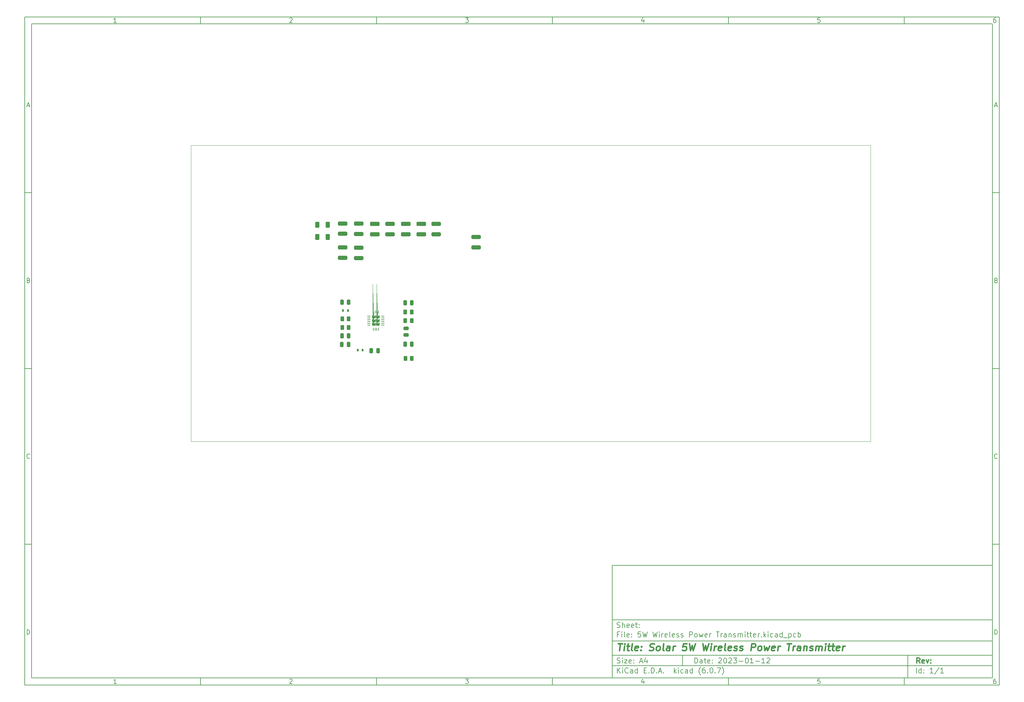
<source format=gbr>
%TF.GenerationSoftware,KiCad,Pcbnew,(6.0.7)*%
%TF.CreationDate,2023-01-12T19:17:07+03:00*%
%TF.ProjectId,5W Wireless Power Transmitter,35572057-6972-4656-9c65-737320506f77,rev?*%
%TF.SameCoordinates,Original*%
%TF.FileFunction,Paste,Top*%
%TF.FilePolarity,Positive*%
%FSLAX46Y46*%
G04 Gerber Fmt 4.6, Leading zero omitted, Abs format (unit mm)*
G04 Created by KiCad (PCBNEW (6.0.7)) date 2023-01-12 19:17:07*
%MOMM*%
%LPD*%
G01*
G04 APERTURE LIST*
G04 Aperture macros list*
%AMRoundRect*
0 Rectangle with rounded corners*
0 $1 Rounding radius*
0 $2 $3 $4 $5 $6 $7 $8 $9 X,Y pos of 4 corners*
0 Add a 4 corners polygon primitive as box body*
4,1,4,$2,$3,$4,$5,$6,$7,$8,$9,$2,$3,0*
0 Add four circle primitives for the rounded corners*
1,1,$1+$1,$2,$3*
1,1,$1+$1,$4,$5*
1,1,$1+$1,$6,$7*
1,1,$1+$1,$8,$9*
0 Add four rect primitives between the rounded corners*
20,1,$1+$1,$2,$3,$4,$5,0*
20,1,$1+$1,$4,$5,$6,$7,0*
20,1,$1+$1,$6,$7,$8,$9,0*
20,1,$1+$1,$8,$9,$2,$3,0*%
%AMFreePoly0*
4,1,57,0.301112,0.448208,0.305343,0.448508,0.307618,0.447265,0.313515,0.446410,0.337345,0.431024,0.362225,0.417430,0.457601,0.322055,0.469871,0.305623,0.473075,0.302843,0.473805,0.300355,0.477370,0.295581,0.483339,0.267857,0.491322,0.240646,0.491322,-0.240646,0.488379,-0.260941,0.488679,-0.265172,0.487436,-0.267447,0.486581,-0.273344,0.471197,-0.297171,0.457601,-0.322055,
0.362225,-0.417430,0.345795,-0.429699,0.343014,-0.432904,0.340526,-0.433634,0.335752,-0.437199,0.308028,-0.443168,0.280817,-0.451151,-0.280817,-0.451151,-0.301112,-0.448208,-0.305343,-0.448508,-0.307618,-0.447265,-0.313515,-0.446410,-0.337342,-0.431026,-0.362226,-0.417430,-0.457601,-0.322054,-0.469870,-0.305624,-0.473075,-0.302843,-0.473805,-0.300355,-0.477370,-0.295581,-0.483339,-0.267857,
-0.491322,-0.240646,-0.491322,0.240646,-0.488379,0.260941,-0.488679,0.265172,-0.487436,0.267447,-0.486581,0.273344,-0.471195,0.297174,-0.457601,0.322054,-0.362226,0.417430,-0.345794,0.429700,-0.343014,0.432904,-0.340526,0.433634,-0.335752,0.437199,-0.308028,0.443168,-0.280817,0.451151,0.280817,0.451151,0.301112,0.448208,0.301112,0.448208,$1*%
G04 Aperture macros list end*
%ADD10C,0.100000*%
%ADD11C,0.150000*%
%ADD12C,0.300000*%
%ADD13C,0.400000*%
%TA.AperFunction,Profile*%
%ADD14C,0.100000*%
%TD*%
%ADD15RoundRect,0.250000X-1.075000X0.312500X-1.075000X-0.312500X1.075000X-0.312500X1.075000X0.312500X0*%
%ADD16R,0.600000X0.700000*%
%ADD17RoundRect,0.250000X0.250000X0.475000X-0.250000X0.475000X-0.250000X-0.475000X0.250000X-0.475000X0*%
%ADD18RoundRect,0.250000X-0.475000X0.250000X-0.475000X-0.250000X0.475000X-0.250000X0.475000X0.250000X0*%
%ADD19RoundRect,0.250000X0.262500X0.450000X-0.262500X0.450000X-0.262500X-0.450000X0.262500X-0.450000X0*%
%ADD20RoundRect,0.250000X1.100000X-0.325000X1.100000X0.325000X-1.100000X0.325000X-1.100000X-0.325000X0*%
%ADD21RoundRect,0.250000X-0.312500X-0.625000X0.312500X-0.625000X0.312500X0.625000X-0.312500X0.625000X0*%
%ADD22FreePoly0,180.000000*%
%ADD23RoundRect,0.062500X0.362500X0.062500X-0.362500X0.062500X-0.362500X-0.062500X0.362500X-0.062500X0*%
%ADD24RoundRect,0.062500X0.062500X0.362500X-0.062500X0.362500X-0.062500X-0.362500X0.062500X-0.362500X0*%
%ADD25RoundRect,0.250000X-0.250000X-0.475000X0.250000X-0.475000X0.250000X0.475000X-0.250000X0.475000X0*%
%ADD26RoundRect,0.250000X-0.262500X-0.450000X0.262500X-0.450000X0.262500X0.450000X-0.262500X0.450000X0*%
G04 APERTURE END LIST*
D10*
D11*
X177002200Y-166007200D02*
X177002200Y-198007200D01*
X285002200Y-198007200D01*
X285002200Y-166007200D01*
X177002200Y-166007200D01*
D10*
D11*
X10000000Y-10000000D02*
X10000000Y-200007200D01*
X287002200Y-200007200D01*
X287002200Y-10000000D01*
X10000000Y-10000000D01*
D10*
D11*
X12000000Y-12000000D02*
X12000000Y-198007200D01*
X285002200Y-198007200D01*
X285002200Y-12000000D01*
X12000000Y-12000000D01*
D10*
D11*
X60000000Y-12000000D02*
X60000000Y-10000000D01*
D10*
D11*
X110000000Y-12000000D02*
X110000000Y-10000000D01*
D10*
D11*
X160000000Y-12000000D02*
X160000000Y-10000000D01*
D10*
D11*
X210000000Y-12000000D02*
X210000000Y-10000000D01*
D10*
D11*
X260000000Y-12000000D02*
X260000000Y-10000000D01*
D10*
D11*
X36065476Y-11588095D02*
X35322619Y-11588095D01*
X35694047Y-11588095D02*
X35694047Y-10288095D01*
X35570238Y-10473809D01*
X35446428Y-10597619D01*
X35322619Y-10659523D01*
D10*
D11*
X85322619Y-10411904D02*
X85384523Y-10350000D01*
X85508333Y-10288095D01*
X85817857Y-10288095D01*
X85941666Y-10350000D01*
X86003571Y-10411904D01*
X86065476Y-10535714D01*
X86065476Y-10659523D01*
X86003571Y-10845238D01*
X85260714Y-11588095D01*
X86065476Y-11588095D01*
D10*
D11*
X135260714Y-10288095D02*
X136065476Y-10288095D01*
X135632142Y-10783333D01*
X135817857Y-10783333D01*
X135941666Y-10845238D01*
X136003571Y-10907142D01*
X136065476Y-11030952D01*
X136065476Y-11340476D01*
X136003571Y-11464285D01*
X135941666Y-11526190D01*
X135817857Y-11588095D01*
X135446428Y-11588095D01*
X135322619Y-11526190D01*
X135260714Y-11464285D01*
D10*
D11*
X185941666Y-10721428D02*
X185941666Y-11588095D01*
X185632142Y-10226190D02*
X185322619Y-11154761D01*
X186127380Y-11154761D01*
D10*
D11*
X236003571Y-10288095D02*
X235384523Y-10288095D01*
X235322619Y-10907142D01*
X235384523Y-10845238D01*
X235508333Y-10783333D01*
X235817857Y-10783333D01*
X235941666Y-10845238D01*
X236003571Y-10907142D01*
X236065476Y-11030952D01*
X236065476Y-11340476D01*
X236003571Y-11464285D01*
X235941666Y-11526190D01*
X235817857Y-11588095D01*
X235508333Y-11588095D01*
X235384523Y-11526190D01*
X235322619Y-11464285D01*
D10*
D11*
X285941666Y-10288095D02*
X285694047Y-10288095D01*
X285570238Y-10350000D01*
X285508333Y-10411904D01*
X285384523Y-10597619D01*
X285322619Y-10845238D01*
X285322619Y-11340476D01*
X285384523Y-11464285D01*
X285446428Y-11526190D01*
X285570238Y-11588095D01*
X285817857Y-11588095D01*
X285941666Y-11526190D01*
X286003571Y-11464285D01*
X286065476Y-11340476D01*
X286065476Y-11030952D01*
X286003571Y-10907142D01*
X285941666Y-10845238D01*
X285817857Y-10783333D01*
X285570238Y-10783333D01*
X285446428Y-10845238D01*
X285384523Y-10907142D01*
X285322619Y-11030952D01*
D10*
D11*
X60000000Y-198007200D02*
X60000000Y-200007200D01*
D10*
D11*
X110000000Y-198007200D02*
X110000000Y-200007200D01*
D10*
D11*
X160000000Y-198007200D02*
X160000000Y-200007200D01*
D10*
D11*
X210000000Y-198007200D02*
X210000000Y-200007200D01*
D10*
D11*
X260000000Y-198007200D02*
X260000000Y-200007200D01*
D10*
D11*
X36065476Y-199595295D02*
X35322619Y-199595295D01*
X35694047Y-199595295D02*
X35694047Y-198295295D01*
X35570238Y-198481009D01*
X35446428Y-198604819D01*
X35322619Y-198666723D01*
D10*
D11*
X85322619Y-198419104D02*
X85384523Y-198357200D01*
X85508333Y-198295295D01*
X85817857Y-198295295D01*
X85941666Y-198357200D01*
X86003571Y-198419104D01*
X86065476Y-198542914D01*
X86065476Y-198666723D01*
X86003571Y-198852438D01*
X85260714Y-199595295D01*
X86065476Y-199595295D01*
D10*
D11*
X135260714Y-198295295D02*
X136065476Y-198295295D01*
X135632142Y-198790533D01*
X135817857Y-198790533D01*
X135941666Y-198852438D01*
X136003571Y-198914342D01*
X136065476Y-199038152D01*
X136065476Y-199347676D01*
X136003571Y-199471485D01*
X135941666Y-199533390D01*
X135817857Y-199595295D01*
X135446428Y-199595295D01*
X135322619Y-199533390D01*
X135260714Y-199471485D01*
D10*
D11*
X185941666Y-198728628D02*
X185941666Y-199595295D01*
X185632142Y-198233390D02*
X185322619Y-199161961D01*
X186127380Y-199161961D01*
D10*
D11*
X236003571Y-198295295D02*
X235384523Y-198295295D01*
X235322619Y-198914342D01*
X235384523Y-198852438D01*
X235508333Y-198790533D01*
X235817857Y-198790533D01*
X235941666Y-198852438D01*
X236003571Y-198914342D01*
X236065476Y-199038152D01*
X236065476Y-199347676D01*
X236003571Y-199471485D01*
X235941666Y-199533390D01*
X235817857Y-199595295D01*
X235508333Y-199595295D01*
X235384523Y-199533390D01*
X235322619Y-199471485D01*
D10*
D11*
X285941666Y-198295295D02*
X285694047Y-198295295D01*
X285570238Y-198357200D01*
X285508333Y-198419104D01*
X285384523Y-198604819D01*
X285322619Y-198852438D01*
X285322619Y-199347676D01*
X285384523Y-199471485D01*
X285446428Y-199533390D01*
X285570238Y-199595295D01*
X285817857Y-199595295D01*
X285941666Y-199533390D01*
X286003571Y-199471485D01*
X286065476Y-199347676D01*
X286065476Y-199038152D01*
X286003571Y-198914342D01*
X285941666Y-198852438D01*
X285817857Y-198790533D01*
X285570238Y-198790533D01*
X285446428Y-198852438D01*
X285384523Y-198914342D01*
X285322619Y-199038152D01*
D10*
D11*
X10000000Y-60000000D02*
X12000000Y-60000000D01*
D10*
D11*
X10000000Y-110000000D02*
X12000000Y-110000000D01*
D10*
D11*
X10000000Y-160000000D02*
X12000000Y-160000000D01*
D10*
D11*
X10690476Y-35216666D02*
X11309523Y-35216666D01*
X10566666Y-35588095D02*
X11000000Y-34288095D01*
X11433333Y-35588095D01*
D10*
D11*
X11092857Y-84907142D02*
X11278571Y-84969047D01*
X11340476Y-85030952D01*
X11402380Y-85154761D01*
X11402380Y-85340476D01*
X11340476Y-85464285D01*
X11278571Y-85526190D01*
X11154761Y-85588095D01*
X10659523Y-85588095D01*
X10659523Y-84288095D01*
X11092857Y-84288095D01*
X11216666Y-84350000D01*
X11278571Y-84411904D01*
X11340476Y-84535714D01*
X11340476Y-84659523D01*
X11278571Y-84783333D01*
X11216666Y-84845238D01*
X11092857Y-84907142D01*
X10659523Y-84907142D01*
D10*
D11*
X11402380Y-135464285D02*
X11340476Y-135526190D01*
X11154761Y-135588095D01*
X11030952Y-135588095D01*
X10845238Y-135526190D01*
X10721428Y-135402380D01*
X10659523Y-135278571D01*
X10597619Y-135030952D01*
X10597619Y-134845238D01*
X10659523Y-134597619D01*
X10721428Y-134473809D01*
X10845238Y-134350000D01*
X11030952Y-134288095D01*
X11154761Y-134288095D01*
X11340476Y-134350000D01*
X11402380Y-134411904D01*
D10*
D11*
X10659523Y-185588095D02*
X10659523Y-184288095D01*
X10969047Y-184288095D01*
X11154761Y-184350000D01*
X11278571Y-184473809D01*
X11340476Y-184597619D01*
X11402380Y-184845238D01*
X11402380Y-185030952D01*
X11340476Y-185278571D01*
X11278571Y-185402380D01*
X11154761Y-185526190D01*
X10969047Y-185588095D01*
X10659523Y-185588095D01*
D10*
D11*
X287002200Y-60000000D02*
X285002200Y-60000000D01*
D10*
D11*
X287002200Y-110000000D02*
X285002200Y-110000000D01*
D10*
D11*
X287002200Y-160000000D02*
X285002200Y-160000000D01*
D10*
D11*
X285692676Y-35216666D02*
X286311723Y-35216666D01*
X285568866Y-35588095D02*
X286002200Y-34288095D01*
X286435533Y-35588095D01*
D10*
D11*
X286095057Y-84907142D02*
X286280771Y-84969047D01*
X286342676Y-85030952D01*
X286404580Y-85154761D01*
X286404580Y-85340476D01*
X286342676Y-85464285D01*
X286280771Y-85526190D01*
X286156961Y-85588095D01*
X285661723Y-85588095D01*
X285661723Y-84288095D01*
X286095057Y-84288095D01*
X286218866Y-84350000D01*
X286280771Y-84411904D01*
X286342676Y-84535714D01*
X286342676Y-84659523D01*
X286280771Y-84783333D01*
X286218866Y-84845238D01*
X286095057Y-84907142D01*
X285661723Y-84907142D01*
D10*
D11*
X286404580Y-135464285D02*
X286342676Y-135526190D01*
X286156961Y-135588095D01*
X286033152Y-135588095D01*
X285847438Y-135526190D01*
X285723628Y-135402380D01*
X285661723Y-135278571D01*
X285599819Y-135030952D01*
X285599819Y-134845238D01*
X285661723Y-134597619D01*
X285723628Y-134473809D01*
X285847438Y-134350000D01*
X286033152Y-134288095D01*
X286156961Y-134288095D01*
X286342676Y-134350000D01*
X286404580Y-134411904D01*
D10*
D11*
X285661723Y-185588095D02*
X285661723Y-184288095D01*
X285971247Y-184288095D01*
X286156961Y-184350000D01*
X286280771Y-184473809D01*
X286342676Y-184597619D01*
X286404580Y-184845238D01*
X286404580Y-185030952D01*
X286342676Y-185278571D01*
X286280771Y-185402380D01*
X286156961Y-185526190D01*
X285971247Y-185588095D01*
X285661723Y-185588095D01*
D10*
D11*
X200434342Y-193785771D02*
X200434342Y-192285771D01*
X200791485Y-192285771D01*
X201005771Y-192357200D01*
X201148628Y-192500057D01*
X201220057Y-192642914D01*
X201291485Y-192928628D01*
X201291485Y-193142914D01*
X201220057Y-193428628D01*
X201148628Y-193571485D01*
X201005771Y-193714342D01*
X200791485Y-193785771D01*
X200434342Y-193785771D01*
X202577200Y-193785771D02*
X202577200Y-193000057D01*
X202505771Y-192857200D01*
X202362914Y-192785771D01*
X202077200Y-192785771D01*
X201934342Y-192857200D01*
X202577200Y-193714342D02*
X202434342Y-193785771D01*
X202077200Y-193785771D01*
X201934342Y-193714342D01*
X201862914Y-193571485D01*
X201862914Y-193428628D01*
X201934342Y-193285771D01*
X202077200Y-193214342D01*
X202434342Y-193214342D01*
X202577200Y-193142914D01*
X203077200Y-192785771D02*
X203648628Y-192785771D01*
X203291485Y-192285771D02*
X203291485Y-193571485D01*
X203362914Y-193714342D01*
X203505771Y-193785771D01*
X203648628Y-193785771D01*
X204720057Y-193714342D02*
X204577200Y-193785771D01*
X204291485Y-193785771D01*
X204148628Y-193714342D01*
X204077200Y-193571485D01*
X204077200Y-193000057D01*
X204148628Y-192857200D01*
X204291485Y-192785771D01*
X204577200Y-192785771D01*
X204720057Y-192857200D01*
X204791485Y-193000057D01*
X204791485Y-193142914D01*
X204077200Y-193285771D01*
X205434342Y-193642914D02*
X205505771Y-193714342D01*
X205434342Y-193785771D01*
X205362914Y-193714342D01*
X205434342Y-193642914D01*
X205434342Y-193785771D01*
X205434342Y-192857200D02*
X205505771Y-192928628D01*
X205434342Y-193000057D01*
X205362914Y-192928628D01*
X205434342Y-192857200D01*
X205434342Y-193000057D01*
X207220057Y-192428628D02*
X207291485Y-192357200D01*
X207434342Y-192285771D01*
X207791485Y-192285771D01*
X207934342Y-192357200D01*
X208005771Y-192428628D01*
X208077200Y-192571485D01*
X208077200Y-192714342D01*
X208005771Y-192928628D01*
X207148628Y-193785771D01*
X208077200Y-193785771D01*
X209005771Y-192285771D02*
X209148628Y-192285771D01*
X209291485Y-192357200D01*
X209362914Y-192428628D01*
X209434342Y-192571485D01*
X209505771Y-192857200D01*
X209505771Y-193214342D01*
X209434342Y-193500057D01*
X209362914Y-193642914D01*
X209291485Y-193714342D01*
X209148628Y-193785771D01*
X209005771Y-193785771D01*
X208862914Y-193714342D01*
X208791485Y-193642914D01*
X208720057Y-193500057D01*
X208648628Y-193214342D01*
X208648628Y-192857200D01*
X208720057Y-192571485D01*
X208791485Y-192428628D01*
X208862914Y-192357200D01*
X209005771Y-192285771D01*
X210077200Y-192428628D02*
X210148628Y-192357200D01*
X210291485Y-192285771D01*
X210648628Y-192285771D01*
X210791485Y-192357200D01*
X210862914Y-192428628D01*
X210934342Y-192571485D01*
X210934342Y-192714342D01*
X210862914Y-192928628D01*
X210005771Y-193785771D01*
X210934342Y-193785771D01*
X211434342Y-192285771D02*
X212362914Y-192285771D01*
X211862914Y-192857200D01*
X212077200Y-192857200D01*
X212220057Y-192928628D01*
X212291485Y-193000057D01*
X212362914Y-193142914D01*
X212362914Y-193500057D01*
X212291485Y-193642914D01*
X212220057Y-193714342D01*
X212077200Y-193785771D01*
X211648628Y-193785771D01*
X211505771Y-193714342D01*
X211434342Y-193642914D01*
X213005771Y-193214342D02*
X214148628Y-193214342D01*
X215148628Y-192285771D02*
X215291485Y-192285771D01*
X215434342Y-192357200D01*
X215505771Y-192428628D01*
X215577200Y-192571485D01*
X215648628Y-192857200D01*
X215648628Y-193214342D01*
X215577200Y-193500057D01*
X215505771Y-193642914D01*
X215434342Y-193714342D01*
X215291485Y-193785771D01*
X215148628Y-193785771D01*
X215005771Y-193714342D01*
X214934342Y-193642914D01*
X214862914Y-193500057D01*
X214791485Y-193214342D01*
X214791485Y-192857200D01*
X214862914Y-192571485D01*
X214934342Y-192428628D01*
X215005771Y-192357200D01*
X215148628Y-192285771D01*
X217077200Y-193785771D02*
X216220057Y-193785771D01*
X216648628Y-193785771D02*
X216648628Y-192285771D01*
X216505771Y-192500057D01*
X216362914Y-192642914D01*
X216220057Y-192714342D01*
X217720057Y-193214342D02*
X218862914Y-193214342D01*
X220362914Y-193785771D02*
X219505771Y-193785771D01*
X219934342Y-193785771D02*
X219934342Y-192285771D01*
X219791485Y-192500057D01*
X219648628Y-192642914D01*
X219505771Y-192714342D01*
X220934342Y-192428628D02*
X221005771Y-192357200D01*
X221148628Y-192285771D01*
X221505771Y-192285771D01*
X221648628Y-192357200D01*
X221720057Y-192428628D01*
X221791485Y-192571485D01*
X221791485Y-192714342D01*
X221720057Y-192928628D01*
X220862914Y-193785771D01*
X221791485Y-193785771D01*
D10*
D11*
X177002200Y-194507200D02*
X285002200Y-194507200D01*
D10*
D11*
X178434342Y-196585771D02*
X178434342Y-195085771D01*
X179291485Y-196585771D02*
X178648628Y-195728628D01*
X179291485Y-195085771D02*
X178434342Y-195942914D01*
X179934342Y-196585771D02*
X179934342Y-195585771D01*
X179934342Y-195085771D02*
X179862914Y-195157200D01*
X179934342Y-195228628D01*
X180005771Y-195157200D01*
X179934342Y-195085771D01*
X179934342Y-195228628D01*
X181505771Y-196442914D02*
X181434342Y-196514342D01*
X181220057Y-196585771D01*
X181077200Y-196585771D01*
X180862914Y-196514342D01*
X180720057Y-196371485D01*
X180648628Y-196228628D01*
X180577200Y-195942914D01*
X180577200Y-195728628D01*
X180648628Y-195442914D01*
X180720057Y-195300057D01*
X180862914Y-195157200D01*
X181077200Y-195085771D01*
X181220057Y-195085771D01*
X181434342Y-195157200D01*
X181505771Y-195228628D01*
X182791485Y-196585771D02*
X182791485Y-195800057D01*
X182720057Y-195657200D01*
X182577200Y-195585771D01*
X182291485Y-195585771D01*
X182148628Y-195657200D01*
X182791485Y-196514342D02*
X182648628Y-196585771D01*
X182291485Y-196585771D01*
X182148628Y-196514342D01*
X182077200Y-196371485D01*
X182077200Y-196228628D01*
X182148628Y-196085771D01*
X182291485Y-196014342D01*
X182648628Y-196014342D01*
X182791485Y-195942914D01*
X184148628Y-196585771D02*
X184148628Y-195085771D01*
X184148628Y-196514342D02*
X184005771Y-196585771D01*
X183720057Y-196585771D01*
X183577200Y-196514342D01*
X183505771Y-196442914D01*
X183434342Y-196300057D01*
X183434342Y-195871485D01*
X183505771Y-195728628D01*
X183577200Y-195657200D01*
X183720057Y-195585771D01*
X184005771Y-195585771D01*
X184148628Y-195657200D01*
X186005771Y-195800057D02*
X186505771Y-195800057D01*
X186720057Y-196585771D02*
X186005771Y-196585771D01*
X186005771Y-195085771D01*
X186720057Y-195085771D01*
X187362914Y-196442914D02*
X187434342Y-196514342D01*
X187362914Y-196585771D01*
X187291485Y-196514342D01*
X187362914Y-196442914D01*
X187362914Y-196585771D01*
X188077200Y-196585771D02*
X188077200Y-195085771D01*
X188434342Y-195085771D01*
X188648628Y-195157200D01*
X188791485Y-195300057D01*
X188862914Y-195442914D01*
X188934342Y-195728628D01*
X188934342Y-195942914D01*
X188862914Y-196228628D01*
X188791485Y-196371485D01*
X188648628Y-196514342D01*
X188434342Y-196585771D01*
X188077200Y-196585771D01*
X189577200Y-196442914D02*
X189648628Y-196514342D01*
X189577200Y-196585771D01*
X189505771Y-196514342D01*
X189577200Y-196442914D01*
X189577200Y-196585771D01*
X190220057Y-196157200D02*
X190934342Y-196157200D01*
X190077200Y-196585771D02*
X190577200Y-195085771D01*
X191077200Y-196585771D01*
X191577200Y-196442914D02*
X191648628Y-196514342D01*
X191577200Y-196585771D01*
X191505771Y-196514342D01*
X191577200Y-196442914D01*
X191577200Y-196585771D01*
X194577200Y-196585771D02*
X194577200Y-195085771D01*
X194720057Y-196014342D02*
X195148628Y-196585771D01*
X195148628Y-195585771D02*
X194577200Y-196157200D01*
X195791485Y-196585771D02*
X195791485Y-195585771D01*
X195791485Y-195085771D02*
X195720057Y-195157200D01*
X195791485Y-195228628D01*
X195862914Y-195157200D01*
X195791485Y-195085771D01*
X195791485Y-195228628D01*
X197148628Y-196514342D02*
X197005771Y-196585771D01*
X196720057Y-196585771D01*
X196577200Y-196514342D01*
X196505771Y-196442914D01*
X196434342Y-196300057D01*
X196434342Y-195871485D01*
X196505771Y-195728628D01*
X196577200Y-195657200D01*
X196720057Y-195585771D01*
X197005771Y-195585771D01*
X197148628Y-195657200D01*
X198434342Y-196585771D02*
X198434342Y-195800057D01*
X198362914Y-195657200D01*
X198220057Y-195585771D01*
X197934342Y-195585771D01*
X197791485Y-195657200D01*
X198434342Y-196514342D02*
X198291485Y-196585771D01*
X197934342Y-196585771D01*
X197791485Y-196514342D01*
X197720057Y-196371485D01*
X197720057Y-196228628D01*
X197791485Y-196085771D01*
X197934342Y-196014342D01*
X198291485Y-196014342D01*
X198434342Y-195942914D01*
X199791485Y-196585771D02*
X199791485Y-195085771D01*
X199791485Y-196514342D02*
X199648628Y-196585771D01*
X199362914Y-196585771D01*
X199220057Y-196514342D01*
X199148628Y-196442914D01*
X199077200Y-196300057D01*
X199077200Y-195871485D01*
X199148628Y-195728628D01*
X199220057Y-195657200D01*
X199362914Y-195585771D01*
X199648628Y-195585771D01*
X199791485Y-195657200D01*
X202077200Y-197157200D02*
X202005771Y-197085771D01*
X201862914Y-196871485D01*
X201791485Y-196728628D01*
X201720057Y-196514342D01*
X201648628Y-196157200D01*
X201648628Y-195871485D01*
X201720057Y-195514342D01*
X201791485Y-195300057D01*
X201862914Y-195157200D01*
X202005771Y-194942914D01*
X202077200Y-194871485D01*
X203291485Y-195085771D02*
X203005771Y-195085771D01*
X202862914Y-195157200D01*
X202791485Y-195228628D01*
X202648628Y-195442914D01*
X202577200Y-195728628D01*
X202577200Y-196300057D01*
X202648628Y-196442914D01*
X202720057Y-196514342D01*
X202862914Y-196585771D01*
X203148628Y-196585771D01*
X203291485Y-196514342D01*
X203362914Y-196442914D01*
X203434342Y-196300057D01*
X203434342Y-195942914D01*
X203362914Y-195800057D01*
X203291485Y-195728628D01*
X203148628Y-195657200D01*
X202862914Y-195657200D01*
X202720057Y-195728628D01*
X202648628Y-195800057D01*
X202577200Y-195942914D01*
X204077200Y-196442914D02*
X204148628Y-196514342D01*
X204077200Y-196585771D01*
X204005771Y-196514342D01*
X204077200Y-196442914D01*
X204077200Y-196585771D01*
X205077200Y-195085771D02*
X205220057Y-195085771D01*
X205362914Y-195157200D01*
X205434342Y-195228628D01*
X205505771Y-195371485D01*
X205577200Y-195657200D01*
X205577200Y-196014342D01*
X205505771Y-196300057D01*
X205434342Y-196442914D01*
X205362914Y-196514342D01*
X205220057Y-196585771D01*
X205077200Y-196585771D01*
X204934342Y-196514342D01*
X204862914Y-196442914D01*
X204791485Y-196300057D01*
X204720057Y-196014342D01*
X204720057Y-195657200D01*
X204791485Y-195371485D01*
X204862914Y-195228628D01*
X204934342Y-195157200D01*
X205077200Y-195085771D01*
X206220057Y-196442914D02*
X206291485Y-196514342D01*
X206220057Y-196585771D01*
X206148628Y-196514342D01*
X206220057Y-196442914D01*
X206220057Y-196585771D01*
X206791485Y-195085771D02*
X207791485Y-195085771D01*
X207148628Y-196585771D01*
X208220057Y-197157200D02*
X208291485Y-197085771D01*
X208434342Y-196871485D01*
X208505771Y-196728628D01*
X208577200Y-196514342D01*
X208648628Y-196157200D01*
X208648628Y-195871485D01*
X208577200Y-195514342D01*
X208505771Y-195300057D01*
X208434342Y-195157200D01*
X208291485Y-194942914D01*
X208220057Y-194871485D01*
D10*
D11*
X177002200Y-191507200D02*
X285002200Y-191507200D01*
D10*
D12*
X264411485Y-193785771D02*
X263911485Y-193071485D01*
X263554342Y-193785771D02*
X263554342Y-192285771D01*
X264125771Y-192285771D01*
X264268628Y-192357200D01*
X264340057Y-192428628D01*
X264411485Y-192571485D01*
X264411485Y-192785771D01*
X264340057Y-192928628D01*
X264268628Y-193000057D01*
X264125771Y-193071485D01*
X263554342Y-193071485D01*
X265625771Y-193714342D02*
X265482914Y-193785771D01*
X265197200Y-193785771D01*
X265054342Y-193714342D01*
X264982914Y-193571485D01*
X264982914Y-193000057D01*
X265054342Y-192857200D01*
X265197200Y-192785771D01*
X265482914Y-192785771D01*
X265625771Y-192857200D01*
X265697200Y-193000057D01*
X265697200Y-193142914D01*
X264982914Y-193285771D01*
X266197200Y-192785771D02*
X266554342Y-193785771D01*
X266911485Y-192785771D01*
X267482914Y-193642914D02*
X267554342Y-193714342D01*
X267482914Y-193785771D01*
X267411485Y-193714342D01*
X267482914Y-193642914D01*
X267482914Y-193785771D01*
X267482914Y-192857200D02*
X267554342Y-192928628D01*
X267482914Y-193000057D01*
X267411485Y-192928628D01*
X267482914Y-192857200D01*
X267482914Y-193000057D01*
D10*
D11*
X178362914Y-193714342D02*
X178577200Y-193785771D01*
X178934342Y-193785771D01*
X179077200Y-193714342D01*
X179148628Y-193642914D01*
X179220057Y-193500057D01*
X179220057Y-193357200D01*
X179148628Y-193214342D01*
X179077200Y-193142914D01*
X178934342Y-193071485D01*
X178648628Y-193000057D01*
X178505771Y-192928628D01*
X178434342Y-192857200D01*
X178362914Y-192714342D01*
X178362914Y-192571485D01*
X178434342Y-192428628D01*
X178505771Y-192357200D01*
X178648628Y-192285771D01*
X179005771Y-192285771D01*
X179220057Y-192357200D01*
X179862914Y-193785771D02*
X179862914Y-192785771D01*
X179862914Y-192285771D02*
X179791485Y-192357200D01*
X179862914Y-192428628D01*
X179934342Y-192357200D01*
X179862914Y-192285771D01*
X179862914Y-192428628D01*
X180434342Y-192785771D02*
X181220057Y-192785771D01*
X180434342Y-193785771D01*
X181220057Y-193785771D01*
X182362914Y-193714342D02*
X182220057Y-193785771D01*
X181934342Y-193785771D01*
X181791485Y-193714342D01*
X181720057Y-193571485D01*
X181720057Y-193000057D01*
X181791485Y-192857200D01*
X181934342Y-192785771D01*
X182220057Y-192785771D01*
X182362914Y-192857200D01*
X182434342Y-193000057D01*
X182434342Y-193142914D01*
X181720057Y-193285771D01*
X183077200Y-193642914D02*
X183148628Y-193714342D01*
X183077200Y-193785771D01*
X183005771Y-193714342D01*
X183077200Y-193642914D01*
X183077200Y-193785771D01*
X183077200Y-192857200D02*
X183148628Y-192928628D01*
X183077200Y-193000057D01*
X183005771Y-192928628D01*
X183077200Y-192857200D01*
X183077200Y-193000057D01*
X184862914Y-193357200D02*
X185577200Y-193357200D01*
X184720057Y-193785771D02*
X185220057Y-192285771D01*
X185720057Y-193785771D01*
X186862914Y-192785771D02*
X186862914Y-193785771D01*
X186505771Y-192214342D02*
X186148628Y-193285771D01*
X187077200Y-193285771D01*
D10*
D11*
X263434342Y-196585771D02*
X263434342Y-195085771D01*
X264791485Y-196585771D02*
X264791485Y-195085771D01*
X264791485Y-196514342D02*
X264648628Y-196585771D01*
X264362914Y-196585771D01*
X264220057Y-196514342D01*
X264148628Y-196442914D01*
X264077200Y-196300057D01*
X264077200Y-195871485D01*
X264148628Y-195728628D01*
X264220057Y-195657200D01*
X264362914Y-195585771D01*
X264648628Y-195585771D01*
X264791485Y-195657200D01*
X265505771Y-196442914D02*
X265577200Y-196514342D01*
X265505771Y-196585771D01*
X265434342Y-196514342D01*
X265505771Y-196442914D01*
X265505771Y-196585771D01*
X265505771Y-195657200D02*
X265577200Y-195728628D01*
X265505771Y-195800057D01*
X265434342Y-195728628D01*
X265505771Y-195657200D01*
X265505771Y-195800057D01*
X268148628Y-196585771D02*
X267291485Y-196585771D01*
X267720057Y-196585771D02*
X267720057Y-195085771D01*
X267577200Y-195300057D01*
X267434342Y-195442914D01*
X267291485Y-195514342D01*
X269862914Y-195014342D02*
X268577200Y-196942914D01*
X271148628Y-196585771D02*
X270291485Y-196585771D01*
X270720057Y-196585771D02*
X270720057Y-195085771D01*
X270577200Y-195300057D01*
X270434342Y-195442914D01*
X270291485Y-195514342D01*
D10*
D11*
X177002200Y-187507200D02*
X285002200Y-187507200D01*
D10*
D13*
X178714580Y-188211961D02*
X179857438Y-188211961D01*
X179036009Y-190211961D02*
X179286009Y-188211961D01*
X180274104Y-190211961D02*
X180440771Y-188878628D01*
X180524104Y-188211961D02*
X180416961Y-188307200D01*
X180500295Y-188402438D01*
X180607438Y-188307200D01*
X180524104Y-188211961D01*
X180500295Y-188402438D01*
X181107438Y-188878628D02*
X181869342Y-188878628D01*
X181476485Y-188211961D02*
X181262200Y-189926247D01*
X181333628Y-190116723D01*
X181512200Y-190211961D01*
X181702676Y-190211961D01*
X182655057Y-190211961D02*
X182476485Y-190116723D01*
X182405057Y-189926247D01*
X182619342Y-188211961D01*
X184190771Y-190116723D02*
X183988390Y-190211961D01*
X183607438Y-190211961D01*
X183428866Y-190116723D01*
X183357438Y-189926247D01*
X183452676Y-189164342D01*
X183571723Y-188973866D01*
X183774104Y-188878628D01*
X184155057Y-188878628D01*
X184333628Y-188973866D01*
X184405057Y-189164342D01*
X184381247Y-189354819D01*
X183405057Y-189545295D01*
X185155057Y-190021485D02*
X185238390Y-190116723D01*
X185131247Y-190211961D01*
X185047914Y-190116723D01*
X185155057Y-190021485D01*
X185131247Y-190211961D01*
X185286009Y-188973866D02*
X185369342Y-189069104D01*
X185262200Y-189164342D01*
X185178866Y-189069104D01*
X185286009Y-188973866D01*
X185262200Y-189164342D01*
X187524104Y-190116723D02*
X187797914Y-190211961D01*
X188274104Y-190211961D01*
X188476485Y-190116723D01*
X188583628Y-190021485D01*
X188702676Y-189831009D01*
X188726485Y-189640533D01*
X188655057Y-189450057D01*
X188571723Y-189354819D01*
X188393152Y-189259580D01*
X188024104Y-189164342D01*
X187845533Y-189069104D01*
X187762200Y-188973866D01*
X187690771Y-188783390D01*
X187714580Y-188592914D01*
X187833628Y-188402438D01*
X187940771Y-188307200D01*
X188143152Y-188211961D01*
X188619342Y-188211961D01*
X188893152Y-188307200D01*
X189797914Y-190211961D02*
X189619342Y-190116723D01*
X189536009Y-190021485D01*
X189464580Y-189831009D01*
X189536009Y-189259580D01*
X189655057Y-189069104D01*
X189762200Y-188973866D01*
X189964580Y-188878628D01*
X190250295Y-188878628D01*
X190428866Y-188973866D01*
X190512200Y-189069104D01*
X190583628Y-189259580D01*
X190512200Y-189831009D01*
X190393152Y-190021485D01*
X190286009Y-190116723D01*
X190083628Y-190211961D01*
X189797914Y-190211961D01*
X191607438Y-190211961D02*
X191428866Y-190116723D01*
X191357438Y-189926247D01*
X191571723Y-188211961D01*
X193226485Y-190211961D02*
X193357438Y-189164342D01*
X193286009Y-188973866D01*
X193107438Y-188878628D01*
X192726485Y-188878628D01*
X192524104Y-188973866D01*
X193238390Y-190116723D02*
X193036009Y-190211961D01*
X192559819Y-190211961D01*
X192381247Y-190116723D01*
X192309819Y-189926247D01*
X192333628Y-189735771D01*
X192452676Y-189545295D01*
X192655057Y-189450057D01*
X193131247Y-189450057D01*
X193333628Y-189354819D01*
X194178866Y-190211961D02*
X194345533Y-188878628D01*
X194297914Y-189259580D02*
X194416961Y-189069104D01*
X194524104Y-188973866D01*
X194726485Y-188878628D01*
X194916961Y-188878628D01*
X198143152Y-188211961D02*
X197190771Y-188211961D01*
X196976485Y-189164342D01*
X197083628Y-189069104D01*
X197286009Y-188973866D01*
X197762200Y-188973866D01*
X197940771Y-189069104D01*
X198024104Y-189164342D01*
X198095533Y-189354819D01*
X198036009Y-189831009D01*
X197916961Y-190021485D01*
X197809819Y-190116723D01*
X197607438Y-190211961D01*
X197131247Y-190211961D01*
X196952676Y-190116723D01*
X196869342Y-190021485D01*
X198905057Y-188211961D02*
X199131247Y-190211961D01*
X199690771Y-188783390D01*
X199893152Y-190211961D01*
X200619342Y-188211961D01*
X202714580Y-188211961D02*
X202940771Y-190211961D01*
X203500295Y-188783390D01*
X203702676Y-190211961D01*
X204428866Y-188211961D01*
X204940771Y-190211961D02*
X205107438Y-188878628D01*
X205190771Y-188211961D02*
X205083628Y-188307200D01*
X205166961Y-188402438D01*
X205274104Y-188307200D01*
X205190771Y-188211961D01*
X205166961Y-188402438D01*
X205893152Y-190211961D02*
X206059819Y-188878628D01*
X206012200Y-189259580D02*
X206131247Y-189069104D01*
X206238390Y-188973866D01*
X206440771Y-188878628D01*
X206631247Y-188878628D01*
X207905057Y-190116723D02*
X207702676Y-190211961D01*
X207321723Y-190211961D01*
X207143152Y-190116723D01*
X207071723Y-189926247D01*
X207166961Y-189164342D01*
X207286009Y-188973866D01*
X207488390Y-188878628D01*
X207869342Y-188878628D01*
X208047914Y-188973866D01*
X208119342Y-189164342D01*
X208095533Y-189354819D01*
X207119342Y-189545295D01*
X209131247Y-190211961D02*
X208952676Y-190116723D01*
X208881247Y-189926247D01*
X209095533Y-188211961D01*
X210666961Y-190116723D02*
X210464580Y-190211961D01*
X210083628Y-190211961D01*
X209905057Y-190116723D01*
X209833628Y-189926247D01*
X209928866Y-189164342D01*
X210047914Y-188973866D01*
X210250295Y-188878628D01*
X210631247Y-188878628D01*
X210809819Y-188973866D01*
X210881247Y-189164342D01*
X210857438Y-189354819D01*
X209881247Y-189545295D01*
X211524104Y-190116723D02*
X211702676Y-190211961D01*
X212083628Y-190211961D01*
X212286009Y-190116723D01*
X212405057Y-189926247D01*
X212416961Y-189831009D01*
X212345533Y-189640533D01*
X212166961Y-189545295D01*
X211881247Y-189545295D01*
X211702676Y-189450057D01*
X211631247Y-189259580D01*
X211643152Y-189164342D01*
X211762200Y-188973866D01*
X211964580Y-188878628D01*
X212250295Y-188878628D01*
X212428866Y-188973866D01*
X213143152Y-190116723D02*
X213321723Y-190211961D01*
X213702676Y-190211961D01*
X213905057Y-190116723D01*
X214024104Y-189926247D01*
X214036009Y-189831009D01*
X213964580Y-189640533D01*
X213786009Y-189545295D01*
X213500295Y-189545295D01*
X213321723Y-189450057D01*
X213250295Y-189259580D01*
X213262200Y-189164342D01*
X213381247Y-188973866D01*
X213583628Y-188878628D01*
X213869342Y-188878628D01*
X214047914Y-188973866D01*
X216369342Y-190211961D02*
X216619342Y-188211961D01*
X217381247Y-188211961D01*
X217559819Y-188307200D01*
X217643152Y-188402438D01*
X217714580Y-188592914D01*
X217678866Y-188878628D01*
X217559819Y-189069104D01*
X217452676Y-189164342D01*
X217250295Y-189259580D01*
X216488390Y-189259580D01*
X218655057Y-190211961D02*
X218476485Y-190116723D01*
X218393152Y-190021485D01*
X218321723Y-189831009D01*
X218393152Y-189259580D01*
X218512200Y-189069104D01*
X218619342Y-188973866D01*
X218821723Y-188878628D01*
X219107438Y-188878628D01*
X219286009Y-188973866D01*
X219369342Y-189069104D01*
X219440771Y-189259580D01*
X219369342Y-189831009D01*
X219250295Y-190021485D01*
X219143152Y-190116723D01*
X218940771Y-190211961D01*
X218655057Y-190211961D01*
X220155057Y-188878628D02*
X220369342Y-190211961D01*
X220869342Y-189259580D01*
X221131247Y-190211961D01*
X221678866Y-188878628D01*
X223047914Y-190116723D02*
X222845533Y-190211961D01*
X222464580Y-190211961D01*
X222286009Y-190116723D01*
X222214580Y-189926247D01*
X222309819Y-189164342D01*
X222428866Y-188973866D01*
X222631247Y-188878628D01*
X223012200Y-188878628D01*
X223190771Y-188973866D01*
X223262200Y-189164342D01*
X223238390Y-189354819D01*
X222262200Y-189545295D01*
X223988390Y-190211961D02*
X224155057Y-188878628D01*
X224107438Y-189259580D02*
X224226485Y-189069104D01*
X224333628Y-188973866D01*
X224536009Y-188878628D01*
X224726485Y-188878628D01*
X226714580Y-188211961D02*
X227857438Y-188211961D01*
X227036009Y-190211961D02*
X227286009Y-188211961D01*
X228274104Y-190211961D02*
X228440771Y-188878628D01*
X228393152Y-189259580D02*
X228512200Y-189069104D01*
X228619342Y-188973866D01*
X228821723Y-188878628D01*
X229012200Y-188878628D01*
X230369342Y-190211961D02*
X230500295Y-189164342D01*
X230428866Y-188973866D01*
X230250295Y-188878628D01*
X229869342Y-188878628D01*
X229666961Y-188973866D01*
X230381247Y-190116723D02*
X230178866Y-190211961D01*
X229702676Y-190211961D01*
X229524104Y-190116723D01*
X229452676Y-189926247D01*
X229476485Y-189735771D01*
X229595533Y-189545295D01*
X229797914Y-189450057D01*
X230274104Y-189450057D01*
X230476485Y-189354819D01*
X231488390Y-188878628D02*
X231321723Y-190211961D01*
X231464580Y-189069104D02*
X231571723Y-188973866D01*
X231774104Y-188878628D01*
X232059819Y-188878628D01*
X232238390Y-188973866D01*
X232309819Y-189164342D01*
X232178866Y-190211961D01*
X233047914Y-190116723D02*
X233226485Y-190211961D01*
X233607438Y-190211961D01*
X233809819Y-190116723D01*
X233928866Y-189926247D01*
X233940771Y-189831009D01*
X233869342Y-189640533D01*
X233690771Y-189545295D01*
X233405057Y-189545295D01*
X233226485Y-189450057D01*
X233155057Y-189259580D01*
X233166961Y-189164342D01*
X233286009Y-188973866D01*
X233488390Y-188878628D01*
X233774104Y-188878628D01*
X233952676Y-188973866D01*
X234750295Y-190211961D02*
X234916961Y-188878628D01*
X234893152Y-189069104D02*
X235000295Y-188973866D01*
X235202676Y-188878628D01*
X235488390Y-188878628D01*
X235666961Y-188973866D01*
X235738390Y-189164342D01*
X235607438Y-190211961D01*
X235738390Y-189164342D02*
X235857438Y-188973866D01*
X236059819Y-188878628D01*
X236345533Y-188878628D01*
X236524104Y-188973866D01*
X236595533Y-189164342D01*
X236464580Y-190211961D01*
X237416961Y-190211961D02*
X237583628Y-188878628D01*
X237666961Y-188211961D02*
X237559819Y-188307200D01*
X237643152Y-188402438D01*
X237750295Y-188307200D01*
X237666961Y-188211961D01*
X237643152Y-188402438D01*
X238250295Y-188878628D02*
X239012200Y-188878628D01*
X238619342Y-188211961D02*
X238405057Y-189926247D01*
X238476485Y-190116723D01*
X238655057Y-190211961D01*
X238845533Y-190211961D01*
X239393152Y-188878628D02*
X240155057Y-188878628D01*
X239762200Y-188211961D02*
X239547914Y-189926247D01*
X239619342Y-190116723D01*
X239797914Y-190211961D01*
X239988390Y-190211961D01*
X241428866Y-190116723D02*
X241226485Y-190211961D01*
X240845533Y-190211961D01*
X240666961Y-190116723D01*
X240595533Y-189926247D01*
X240690771Y-189164342D01*
X240809819Y-188973866D01*
X241012199Y-188878628D01*
X241393152Y-188878628D01*
X241571723Y-188973866D01*
X241643152Y-189164342D01*
X241619342Y-189354819D01*
X240643152Y-189545295D01*
X242369342Y-190211961D02*
X242536009Y-188878628D01*
X242488390Y-189259580D02*
X242607438Y-189069104D01*
X242714580Y-188973866D01*
X242916961Y-188878628D01*
X243107438Y-188878628D01*
D10*
D11*
X178934342Y-185600057D02*
X178434342Y-185600057D01*
X178434342Y-186385771D02*
X178434342Y-184885771D01*
X179148628Y-184885771D01*
X179720057Y-186385771D02*
X179720057Y-185385771D01*
X179720057Y-184885771D02*
X179648628Y-184957200D01*
X179720057Y-185028628D01*
X179791485Y-184957200D01*
X179720057Y-184885771D01*
X179720057Y-185028628D01*
X180648628Y-186385771D02*
X180505771Y-186314342D01*
X180434342Y-186171485D01*
X180434342Y-184885771D01*
X181791485Y-186314342D02*
X181648628Y-186385771D01*
X181362914Y-186385771D01*
X181220057Y-186314342D01*
X181148628Y-186171485D01*
X181148628Y-185600057D01*
X181220057Y-185457200D01*
X181362914Y-185385771D01*
X181648628Y-185385771D01*
X181791485Y-185457200D01*
X181862914Y-185600057D01*
X181862914Y-185742914D01*
X181148628Y-185885771D01*
X182505771Y-186242914D02*
X182577200Y-186314342D01*
X182505771Y-186385771D01*
X182434342Y-186314342D01*
X182505771Y-186242914D01*
X182505771Y-186385771D01*
X182505771Y-185457200D02*
X182577200Y-185528628D01*
X182505771Y-185600057D01*
X182434342Y-185528628D01*
X182505771Y-185457200D01*
X182505771Y-185600057D01*
X185077200Y-184885771D02*
X184362914Y-184885771D01*
X184291485Y-185600057D01*
X184362914Y-185528628D01*
X184505771Y-185457200D01*
X184862914Y-185457200D01*
X185005771Y-185528628D01*
X185077200Y-185600057D01*
X185148628Y-185742914D01*
X185148628Y-186100057D01*
X185077200Y-186242914D01*
X185005771Y-186314342D01*
X184862914Y-186385771D01*
X184505771Y-186385771D01*
X184362914Y-186314342D01*
X184291485Y-186242914D01*
X185648628Y-184885771D02*
X186005771Y-186385771D01*
X186291485Y-185314342D01*
X186577200Y-186385771D01*
X186934342Y-184885771D01*
X188505771Y-184885771D02*
X188862914Y-186385771D01*
X189148628Y-185314342D01*
X189434342Y-186385771D01*
X189791485Y-184885771D01*
X190362914Y-186385771D02*
X190362914Y-185385771D01*
X190362914Y-184885771D02*
X190291485Y-184957200D01*
X190362914Y-185028628D01*
X190434342Y-184957200D01*
X190362914Y-184885771D01*
X190362914Y-185028628D01*
X191077200Y-186385771D02*
X191077200Y-185385771D01*
X191077200Y-185671485D02*
X191148628Y-185528628D01*
X191220057Y-185457200D01*
X191362914Y-185385771D01*
X191505771Y-185385771D01*
X192577200Y-186314342D02*
X192434342Y-186385771D01*
X192148628Y-186385771D01*
X192005771Y-186314342D01*
X191934342Y-186171485D01*
X191934342Y-185600057D01*
X192005771Y-185457200D01*
X192148628Y-185385771D01*
X192434342Y-185385771D01*
X192577200Y-185457200D01*
X192648628Y-185600057D01*
X192648628Y-185742914D01*
X191934342Y-185885771D01*
X193505771Y-186385771D02*
X193362914Y-186314342D01*
X193291485Y-186171485D01*
X193291485Y-184885771D01*
X194648628Y-186314342D02*
X194505771Y-186385771D01*
X194220057Y-186385771D01*
X194077200Y-186314342D01*
X194005771Y-186171485D01*
X194005771Y-185600057D01*
X194077200Y-185457200D01*
X194220057Y-185385771D01*
X194505771Y-185385771D01*
X194648628Y-185457200D01*
X194720057Y-185600057D01*
X194720057Y-185742914D01*
X194005771Y-185885771D01*
X195291485Y-186314342D02*
X195434342Y-186385771D01*
X195720057Y-186385771D01*
X195862914Y-186314342D01*
X195934342Y-186171485D01*
X195934342Y-186100057D01*
X195862914Y-185957200D01*
X195720057Y-185885771D01*
X195505771Y-185885771D01*
X195362914Y-185814342D01*
X195291485Y-185671485D01*
X195291485Y-185600057D01*
X195362914Y-185457200D01*
X195505771Y-185385771D01*
X195720057Y-185385771D01*
X195862914Y-185457200D01*
X196505771Y-186314342D02*
X196648628Y-186385771D01*
X196934342Y-186385771D01*
X197077200Y-186314342D01*
X197148628Y-186171485D01*
X197148628Y-186100057D01*
X197077200Y-185957200D01*
X196934342Y-185885771D01*
X196720057Y-185885771D01*
X196577200Y-185814342D01*
X196505771Y-185671485D01*
X196505771Y-185600057D01*
X196577200Y-185457200D01*
X196720057Y-185385771D01*
X196934342Y-185385771D01*
X197077200Y-185457200D01*
X198934342Y-186385771D02*
X198934342Y-184885771D01*
X199505771Y-184885771D01*
X199648628Y-184957200D01*
X199720057Y-185028628D01*
X199791485Y-185171485D01*
X199791485Y-185385771D01*
X199720057Y-185528628D01*
X199648628Y-185600057D01*
X199505771Y-185671485D01*
X198934342Y-185671485D01*
X200648628Y-186385771D02*
X200505771Y-186314342D01*
X200434342Y-186242914D01*
X200362914Y-186100057D01*
X200362914Y-185671485D01*
X200434342Y-185528628D01*
X200505771Y-185457200D01*
X200648628Y-185385771D01*
X200862914Y-185385771D01*
X201005771Y-185457200D01*
X201077200Y-185528628D01*
X201148628Y-185671485D01*
X201148628Y-186100057D01*
X201077200Y-186242914D01*
X201005771Y-186314342D01*
X200862914Y-186385771D01*
X200648628Y-186385771D01*
X201648628Y-185385771D02*
X201934342Y-186385771D01*
X202220057Y-185671485D01*
X202505771Y-186385771D01*
X202791485Y-185385771D01*
X203934342Y-186314342D02*
X203791485Y-186385771D01*
X203505771Y-186385771D01*
X203362914Y-186314342D01*
X203291485Y-186171485D01*
X203291485Y-185600057D01*
X203362914Y-185457200D01*
X203505771Y-185385771D01*
X203791485Y-185385771D01*
X203934342Y-185457200D01*
X204005771Y-185600057D01*
X204005771Y-185742914D01*
X203291485Y-185885771D01*
X204648628Y-186385771D02*
X204648628Y-185385771D01*
X204648628Y-185671485D02*
X204720057Y-185528628D01*
X204791485Y-185457200D01*
X204934342Y-185385771D01*
X205077200Y-185385771D01*
X206505771Y-184885771D02*
X207362914Y-184885771D01*
X206934342Y-186385771D02*
X206934342Y-184885771D01*
X207862914Y-186385771D02*
X207862914Y-185385771D01*
X207862914Y-185671485D02*
X207934342Y-185528628D01*
X208005771Y-185457200D01*
X208148628Y-185385771D01*
X208291485Y-185385771D01*
X209434342Y-186385771D02*
X209434342Y-185600057D01*
X209362914Y-185457200D01*
X209220057Y-185385771D01*
X208934342Y-185385771D01*
X208791485Y-185457200D01*
X209434342Y-186314342D02*
X209291485Y-186385771D01*
X208934342Y-186385771D01*
X208791485Y-186314342D01*
X208720057Y-186171485D01*
X208720057Y-186028628D01*
X208791485Y-185885771D01*
X208934342Y-185814342D01*
X209291485Y-185814342D01*
X209434342Y-185742914D01*
X210148628Y-185385771D02*
X210148628Y-186385771D01*
X210148628Y-185528628D02*
X210220057Y-185457200D01*
X210362914Y-185385771D01*
X210577200Y-185385771D01*
X210720057Y-185457200D01*
X210791485Y-185600057D01*
X210791485Y-186385771D01*
X211434342Y-186314342D02*
X211577200Y-186385771D01*
X211862914Y-186385771D01*
X212005771Y-186314342D01*
X212077200Y-186171485D01*
X212077200Y-186100057D01*
X212005771Y-185957200D01*
X211862914Y-185885771D01*
X211648628Y-185885771D01*
X211505771Y-185814342D01*
X211434342Y-185671485D01*
X211434342Y-185600057D01*
X211505771Y-185457200D01*
X211648628Y-185385771D01*
X211862914Y-185385771D01*
X212005771Y-185457200D01*
X212720057Y-186385771D02*
X212720057Y-185385771D01*
X212720057Y-185528628D02*
X212791485Y-185457200D01*
X212934342Y-185385771D01*
X213148628Y-185385771D01*
X213291485Y-185457200D01*
X213362914Y-185600057D01*
X213362914Y-186385771D01*
X213362914Y-185600057D02*
X213434342Y-185457200D01*
X213577200Y-185385771D01*
X213791485Y-185385771D01*
X213934342Y-185457200D01*
X214005771Y-185600057D01*
X214005771Y-186385771D01*
X214720057Y-186385771D02*
X214720057Y-185385771D01*
X214720057Y-184885771D02*
X214648628Y-184957200D01*
X214720057Y-185028628D01*
X214791485Y-184957200D01*
X214720057Y-184885771D01*
X214720057Y-185028628D01*
X215220057Y-185385771D02*
X215791485Y-185385771D01*
X215434342Y-184885771D02*
X215434342Y-186171485D01*
X215505771Y-186314342D01*
X215648628Y-186385771D01*
X215791485Y-186385771D01*
X216077200Y-185385771D02*
X216648628Y-185385771D01*
X216291485Y-184885771D02*
X216291485Y-186171485D01*
X216362914Y-186314342D01*
X216505771Y-186385771D01*
X216648628Y-186385771D01*
X217720057Y-186314342D02*
X217577200Y-186385771D01*
X217291485Y-186385771D01*
X217148628Y-186314342D01*
X217077200Y-186171485D01*
X217077200Y-185600057D01*
X217148628Y-185457200D01*
X217291485Y-185385771D01*
X217577200Y-185385771D01*
X217720057Y-185457200D01*
X217791485Y-185600057D01*
X217791485Y-185742914D01*
X217077200Y-185885771D01*
X218434342Y-186385771D02*
X218434342Y-185385771D01*
X218434342Y-185671485D02*
X218505771Y-185528628D01*
X218577200Y-185457200D01*
X218720057Y-185385771D01*
X218862914Y-185385771D01*
X219362914Y-186242914D02*
X219434342Y-186314342D01*
X219362914Y-186385771D01*
X219291485Y-186314342D01*
X219362914Y-186242914D01*
X219362914Y-186385771D01*
X220077200Y-186385771D02*
X220077200Y-184885771D01*
X220220057Y-185814342D02*
X220648628Y-186385771D01*
X220648628Y-185385771D02*
X220077200Y-185957200D01*
X221291485Y-186385771D02*
X221291485Y-185385771D01*
X221291485Y-184885771D02*
X221220057Y-184957200D01*
X221291485Y-185028628D01*
X221362914Y-184957200D01*
X221291485Y-184885771D01*
X221291485Y-185028628D01*
X222648628Y-186314342D02*
X222505771Y-186385771D01*
X222220057Y-186385771D01*
X222077200Y-186314342D01*
X222005771Y-186242914D01*
X221934342Y-186100057D01*
X221934342Y-185671485D01*
X222005771Y-185528628D01*
X222077200Y-185457200D01*
X222220057Y-185385771D01*
X222505771Y-185385771D01*
X222648628Y-185457200D01*
X223934342Y-186385771D02*
X223934342Y-185600057D01*
X223862914Y-185457200D01*
X223720057Y-185385771D01*
X223434342Y-185385771D01*
X223291485Y-185457200D01*
X223934342Y-186314342D02*
X223791485Y-186385771D01*
X223434342Y-186385771D01*
X223291485Y-186314342D01*
X223220057Y-186171485D01*
X223220057Y-186028628D01*
X223291485Y-185885771D01*
X223434342Y-185814342D01*
X223791485Y-185814342D01*
X223934342Y-185742914D01*
X225291485Y-186385771D02*
X225291485Y-184885771D01*
X225291485Y-186314342D02*
X225148628Y-186385771D01*
X224862914Y-186385771D01*
X224720057Y-186314342D01*
X224648628Y-186242914D01*
X224577200Y-186100057D01*
X224577200Y-185671485D01*
X224648628Y-185528628D01*
X224720057Y-185457200D01*
X224862914Y-185385771D01*
X225148628Y-185385771D01*
X225291485Y-185457200D01*
X225648628Y-186528628D02*
X226791485Y-186528628D01*
X227148628Y-185385771D02*
X227148628Y-186885771D01*
X227148628Y-185457200D02*
X227291485Y-185385771D01*
X227577200Y-185385771D01*
X227720057Y-185457200D01*
X227791485Y-185528628D01*
X227862914Y-185671485D01*
X227862914Y-186100057D01*
X227791485Y-186242914D01*
X227720057Y-186314342D01*
X227577200Y-186385771D01*
X227291485Y-186385771D01*
X227148628Y-186314342D01*
X229148628Y-186314342D02*
X229005771Y-186385771D01*
X228720057Y-186385771D01*
X228577200Y-186314342D01*
X228505771Y-186242914D01*
X228434342Y-186100057D01*
X228434342Y-185671485D01*
X228505771Y-185528628D01*
X228577200Y-185457200D01*
X228720057Y-185385771D01*
X229005771Y-185385771D01*
X229148628Y-185457200D01*
X229791485Y-186385771D02*
X229791485Y-184885771D01*
X229791485Y-185457200D02*
X229934342Y-185385771D01*
X230220057Y-185385771D01*
X230362914Y-185457200D01*
X230434342Y-185528628D01*
X230505771Y-185671485D01*
X230505771Y-186100057D01*
X230434342Y-186242914D01*
X230362914Y-186314342D01*
X230220057Y-186385771D01*
X229934342Y-186385771D01*
X229791485Y-186314342D01*
D10*
D11*
X177002200Y-181507200D02*
X285002200Y-181507200D01*
D10*
D11*
X178362914Y-183614342D02*
X178577200Y-183685771D01*
X178934342Y-183685771D01*
X179077200Y-183614342D01*
X179148628Y-183542914D01*
X179220057Y-183400057D01*
X179220057Y-183257200D01*
X179148628Y-183114342D01*
X179077200Y-183042914D01*
X178934342Y-182971485D01*
X178648628Y-182900057D01*
X178505771Y-182828628D01*
X178434342Y-182757200D01*
X178362914Y-182614342D01*
X178362914Y-182471485D01*
X178434342Y-182328628D01*
X178505771Y-182257200D01*
X178648628Y-182185771D01*
X179005771Y-182185771D01*
X179220057Y-182257200D01*
X179862914Y-183685771D02*
X179862914Y-182185771D01*
X180505771Y-183685771D02*
X180505771Y-182900057D01*
X180434342Y-182757200D01*
X180291485Y-182685771D01*
X180077200Y-182685771D01*
X179934342Y-182757200D01*
X179862914Y-182828628D01*
X181791485Y-183614342D02*
X181648628Y-183685771D01*
X181362914Y-183685771D01*
X181220057Y-183614342D01*
X181148628Y-183471485D01*
X181148628Y-182900057D01*
X181220057Y-182757200D01*
X181362914Y-182685771D01*
X181648628Y-182685771D01*
X181791485Y-182757200D01*
X181862914Y-182900057D01*
X181862914Y-183042914D01*
X181148628Y-183185771D01*
X183077200Y-183614342D02*
X182934342Y-183685771D01*
X182648628Y-183685771D01*
X182505771Y-183614342D01*
X182434342Y-183471485D01*
X182434342Y-182900057D01*
X182505771Y-182757200D01*
X182648628Y-182685771D01*
X182934342Y-182685771D01*
X183077200Y-182757200D01*
X183148628Y-182900057D01*
X183148628Y-183042914D01*
X182434342Y-183185771D01*
X183577200Y-182685771D02*
X184148628Y-182685771D01*
X183791485Y-182185771D02*
X183791485Y-183471485D01*
X183862914Y-183614342D01*
X184005771Y-183685771D01*
X184148628Y-183685771D01*
X184648628Y-183542914D02*
X184720057Y-183614342D01*
X184648628Y-183685771D01*
X184577200Y-183614342D01*
X184648628Y-183542914D01*
X184648628Y-183685771D01*
X184648628Y-182757200D02*
X184720057Y-182828628D01*
X184648628Y-182900057D01*
X184577200Y-182828628D01*
X184648628Y-182757200D01*
X184648628Y-182900057D01*
D10*
D12*
D10*
D11*
D10*
D11*
D10*
D11*
D10*
D11*
D10*
D11*
X197002200Y-191507200D02*
X197002200Y-194507200D01*
D10*
D11*
X261002200Y-191507200D02*
X261002200Y-198007200D01*
D14*
X57300000Y-46500000D02*
X250350000Y-46500000D01*
X250350000Y-46500000D02*
X250350000Y-130750000D01*
X250350000Y-130750000D02*
X57300000Y-130750000D01*
X57300000Y-130750000D02*
X57300000Y-46500000D01*
D15*
%TO.C,R8*%
X113800000Y-68867500D03*
X113800000Y-71792500D03*
%TD*%
D16*
%TO.C,D3*%
X106050000Y-104775000D03*
X104650000Y-104775000D03*
%TD*%
D17*
%TO.C,C2*%
X120024999Y-91300000D03*
X118124999Y-91300000D03*
%TD*%
D18*
%TO.C,C1*%
X118375000Y-98575000D03*
X118375000Y-100475000D03*
%TD*%
D17*
%TO.C,C7*%
X110425000Y-104950000D03*
X108525000Y-104950000D03*
%TD*%
D19*
%TO.C,R13*%
X120012500Y-107150000D03*
X118187500Y-107150000D03*
%TD*%
D20*
%TO.C,C6*%
X118275000Y-71825000D03*
X118275000Y-68875000D03*
%TD*%
D21*
%TO.C,R12*%
X93162500Y-72625000D03*
X96087500Y-72625000D03*
%TD*%
%TO.C,R1*%
X93162500Y-69075000D03*
X96087500Y-69075000D03*
%TD*%
D22*
%TO.C,U1*%
X110337500Y-96362500D03*
X110337500Y-97412500D03*
X110337500Y-95312500D03*
X109262500Y-95312500D03*
X109262500Y-97412500D03*
X109262500Y-96362500D03*
D23*
X111750000Y-97612500D03*
X111750000Y-97112500D03*
X111750000Y-96612500D03*
X111750000Y-96112500D03*
X111750000Y-95612500D03*
X111750000Y-95112500D03*
D24*
X110550000Y-93912500D03*
X110050000Y-93912500D03*
X109550000Y-93912500D03*
X109050000Y-93912500D03*
D23*
X107850000Y-95112500D03*
X107850000Y-95612500D03*
X107850000Y-96112500D03*
X107850000Y-96612500D03*
X107850000Y-97112500D03*
X107850000Y-97612500D03*
D24*
X109050000Y-98812500D03*
X109550000Y-98812500D03*
X110050000Y-98812500D03*
X110550000Y-98812500D03*
%TD*%
D15*
%TO.C,R2*%
X104950000Y-68817500D03*
X104950000Y-71742500D03*
%TD*%
%TO.C,R6*%
X100375000Y-75587500D03*
X100375000Y-78512500D03*
%TD*%
D25*
%TO.C,C8*%
X100180000Y-91125000D03*
X102080000Y-91125000D03*
%TD*%
D17*
%TO.C,C5*%
X120025000Y-103075000D03*
X118125000Y-103075000D03*
%TD*%
D19*
%TO.C,R4*%
X119967499Y-96400000D03*
X118142499Y-96400000D03*
%TD*%
D20*
%TO.C,C10*%
X122700000Y-71825000D03*
X122700000Y-68875000D03*
%TD*%
D25*
%TO.C,C4*%
X100180000Y-100725000D03*
X102080000Y-100725000D03*
%TD*%
D17*
%TO.C,C9*%
X102050000Y-103175000D03*
X100150000Y-103175000D03*
%TD*%
D15*
%TO.C,TH1*%
X138300000Y-72612500D03*
X138300000Y-75537500D03*
%TD*%
D19*
%TO.C,R10*%
X102062500Y-95900000D03*
X100237500Y-95900000D03*
%TD*%
D16*
%TO.C,D2*%
X100450000Y-93475000D03*
X101850000Y-93475000D03*
%TD*%
D26*
%TO.C,R7*%
X118142499Y-93900000D03*
X119967499Y-93900000D03*
%TD*%
D15*
%TO.C,R5*%
X100350000Y-68767500D03*
X100350000Y-71692500D03*
%TD*%
%TO.C,R11*%
X126925000Y-68867500D03*
X126925000Y-71792500D03*
%TD*%
D26*
%TO.C,R9*%
X100237500Y-98300000D03*
X102062500Y-98300000D03*
%TD*%
D15*
%TO.C,R3*%
X104925000Y-75637500D03*
X104925000Y-78562500D03*
%TD*%
D20*
%TO.C,C3*%
X109500000Y-71825000D03*
X109500000Y-68875000D03*
%TD*%
M02*

</source>
